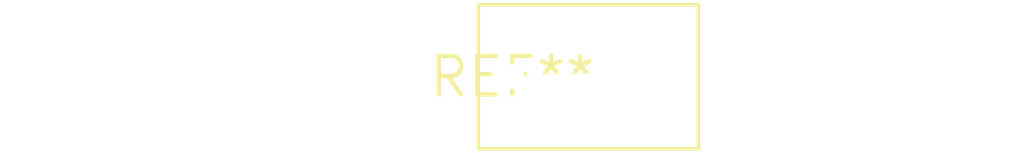
<source format=kicad_pcb>
(kicad_pcb (version 20240108) (generator pcbnew)
  (layers (0 "F.Cu" signal) (31 "B.Cu" signal) (34 "B.Paste" user) (35 "F.Paste" user) (36 "B.SilkS" user "B.Silkscreen") (37 "F.SilkS" user "F.Silkscreen") (38 "B.Mask" user) (39 "F.Mask" user) (44 "Edge.Cuts" user))
  (net 0 "")
  (footprint "C_Rect_L7.0mm_W4.5mm_P5.00mm" (layer "F.Cu") (at 0 0)
    (property "Reference" "REF**")
    (property "Value" "C_Rect_L7.0mm_W4.5mm_P5.00mm")
    (fp_line (start -1.12 -2.37) (end -1.12 2.37) (layer "F.SilkS") (stroke (width 0.12)))
    (fp_line (start -1.12 -2.37) (end 6.12 -2.37) (layer "F.SilkS") (stroke (width 0.12)))
    (fp_line (start -1.12 2.37) (end 6.12 2.37) (layer "F.SilkS") (stroke (width 0.12)))
    (fp_line (start 6.12 -2.37) (end 6.12 2.37) (layer "F.SilkS") (stroke (width 0.12)))
    (pad "1" thru_hole circle (at 0 0) (size 1.6 1.6) (drill 0.8) (layers *.Cu *.Mask) (remove_unused_layers))
    (pad "2" thru_hole circle (at 5 0) (size 1.6 1.6) (drill 0.8) (layers *.Cu *.Mask) (remove_unused_layers))
  )
)
</source>
